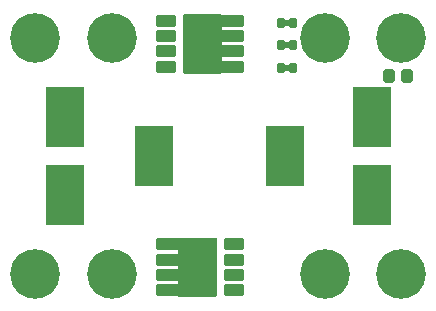
<source format=gts>
G04*
G04 #@! TF.GenerationSoftware,Altium Limited,Altium Designer,23.4.1 (23)*
G04*
G04 Layer_Color=8388736*
%FSLAX44Y44*%
%MOMM*%
G71*
G04*
G04 #@! TF.SameCoordinates,D8EC2F4E-BF9A-46B1-9C30-41DC9E0D0BA1*
G04*
G04*
G04 #@! TF.FilePolarity,Negative*
G04*
G01*
G75*
%ADD26R,0.6750X0.6000*%
%ADD27R,3.3032X5.2032*%
G04:AMPARAMS|DCode=28|XSize=1.0032mm|YSize=1.1032mm|CornerRadius=0.1616mm|HoleSize=0mm|Usage=FLASHONLY|Rotation=0.000|XOffset=0mm|YOffset=0mm|HoleType=Round|Shape=RoundedRectangle|*
%AMROUNDEDRECTD28*
21,1,1.0032,0.7800,0,0,0.0*
21,1,0.6800,1.1032,0,0,0.0*
1,1,0.3232,0.3400,-0.3900*
1,1,0.3232,-0.3400,-0.3900*
1,1,0.3232,-0.3400,0.3900*
1,1,0.3232,0.3400,0.3900*
%
%ADD28ROUNDEDRECTD28*%
G04:AMPARAMS|DCode=29|XSize=1.0532mm|YSize=1.6532mm|CornerRadius=0.1441mm|HoleSize=0mm|Usage=FLASHONLY|Rotation=270.000|XOffset=0mm|YOffset=0mm|HoleType=Round|Shape=RoundedRectangle|*
%AMROUNDEDRECTD29*
21,1,1.0532,1.3650,0,0,270.0*
21,1,0.7650,1.6532,0,0,270.0*
1,1,0.2882,-0.6825,-0.3825*
1,1,0.2882,-0.6825,0.3825*
1,1,0.2882,0.6825,0.3825*
1,1,0.2882,0.6825,-0.3825*
%
%ADD29ROUNDEDRECTD29*%
G04:AMPARAMS|DCode=30|XSize=1.0532mm|YSize=2.1844mm|CornerRadius=0.1441mm|HoleSize=0mm|Usage=FLASHONLY|Rotation=270.000|XOffset=0mm|YOffset=0mm|HoleType=Round|Shape=RoundedRectangle|*
%AMROUNDEDRECTD30*
21,1,1.0532,1.8962,0,0,270.0*
21,1,0.7650,2.1844,0,0,270.0*
1,1,0.2882,-0.9481,-0.3825*
1,1,0.2882,-0.9481,0.3825*
1,1,0.2882,0.9481,0.3825*
1,1,0.2882,0.9481,-0.3825*
%
%ADD30ROUNDEDRECTD30*%
%ADD31R,3.2032X5.2032*%
G04:AMPARAMS|DCode=32|XSize=0.7032mm|YSize=0.8032mm|CornerRadius=0.1391mm|HoleSize=0mm|Usage=FLASHONLY|Rotation=180.000|XOffset=0mm|YOffset=0mm|HoleType=Round|Shape=RoundedRectangle|*
%AMROUNDEDRECTD32*
21,1,0.7032,0.5250,0,0,180.0*
21,1,0.4250,0.8032,0,0,180.0*
1,1,0.2782,-0.2125,0.2625*
1,1,0.2782,0.2125,0.2625*
1,1,0.2782,0.2125,-0.2625*
1,1,0.2782,-0.2125,-0.2625*
%
%ADD32ROUNDEDRECTD32*%
%ADD33C,4.2032*%
G36*
X177789Y56009D02*
X177920Y55984D01*
X178046Y55941D01*
X178165Y55882D01*
X178276Y55808D01*
X178376Y55720D01*
X178464Y55620D01*
X178538Y55509D01*
X178597Y55390D01*
X178640Y55264D01*
X178666Y55133D01*
X178674Y55000D01*
Y7000D01*
X178666Y6867D01*
X178640Y6737D01*
X178597Y6610D01*
X178538Y6491D01*
X178464Y6380D01*
X178376Y6280D01*
X178276Y6192D01*
X178165Y6118D01*
X178046Y6059D01*
X177920Y6016D01*
X177789Y5990D01*
X177656Y5982D01*
X146656D01*
X146523Y5990D01*
X146392Y6016D01*
X146266Y6059D01*
X146147Y6118D01*
X146036Y6192D01*
X145936Y6280D01*
X145848Y6380D01*
X145774Y6491D01*
X145715Y6610D01*
X145673Y6737D01*
X145646Y6867D01*
X145638Y7000D01*
Y55000D01*
X145646Y55133D01*
X145673Y55264D01*
X145715Y55390D01*
X145774Y55509D01*
X145848Y55620D01*
X145936Y55720D01*
X146036Y55808D01*
X146147Y55882D01*
X146266Y55941D01*
X146392Y55984D01*
X146523Y56009D01*
X146656Y56018D01*
X177656D01*
X177789Y56009D01*
D02*
G37*
G36*
X182133Y245009D02*
X182264Y244984D01*
X182390Y244941D01*
X182509Y244882D01*
X182620Y244808D01*
X182720Y244720D01*
X182808Y244620D01*
X182882Y244509D01*
X182941Y244390D01*
X182983Y244263D01*
X183009Y244133D01*
X183018Y244000D01*
Y196000D01*
X183009Y195867D01*
X182983Y195737D01*
X182941Y195610D01*
X182882Y195491D01*
X182808Y195380D01*
X182720Y195280D01*
X182620Y195192D01*
X182509Y195118D01*
X182390Y195059D01*
X182264Y195016D01*
X182133Y194991D01*
X182000Y194982D01*
X151000D01*
X150867Y194991D01*
X150737Y195016D01*
X150610Y195059D01*
X150491Y195118D01*
X150380Y195192D01*
X150280Y195280D01*
X150192Y195380D01*
X150118Y195491D01*
X150059Y195610D01*
X150016Y195737D01*
X149991Y195867D01*
X149982Y196000D01*
Y244000D01*
X149991Y244133D01*
X150016Y244263D01*
X150059Y244390D01*
X150118Y244509D01*
X150192Y244620D01*
X150280Y244720D01*
X150380Y244808D01*
X150491Y244882D01*
X150610Y244941D01*
X150737Y244984D01*
X150867Y245009D01*
X151000Y245018D01*
X182000D01*
X182133Y245009D01*
D02*
G37*
D26*
X238517Y200000D02*
D03*
X238524Y238062D02*
D03*
X238512Y219100D02*
D03*
D27*
X236500Y125000D02*
D03*
X125500D02*
D03*
D28*
X339500Y193250D02*
D03*
X324500D02*
D03*
D29*
X135500Y226349D02*
D03*
Y213649D02*
D03*
Y200750D02*
D03*
Y239250D02*
D03*
X193156Y24651D02*
D03*
Y37351D02*
D03*
Y50250D02*
D03*
Y11750D02*
D03*
D30*
X190500Y239250D02*
D03*
Y226349D02*
D03*
Y213649D02*
D03*
Y200750D02*
D03*
X138156Y11750D02*
D03*
Y24651D02*
D03*
Y37351D02*
D03*
Y50250D02*
D03*
D31*
X50000Y91980D02*
D03*
Y158020D02*
D03*
X310000Y91980D02*
D03*
Y158020D02*
D03*
D32*
X233143Y200000D02*
D03*
X243143D02*
D03*
X243143Y238062D02*
D03*
X233143D02*
D03*
Y219100D02*
D03*
X243143D02*
D03*
D33*
X269999Y24999D02*
D03*
X334999D02*
D03*
Y225000D02*
D03*
X270000Y225000D02*
D03*
X24999Y225000D02*
D03*
X25000Y25000D02*
D03*
X89999Y24999D02*
D03*
X90000Y225000D02*
D03*
M02*

</source>
